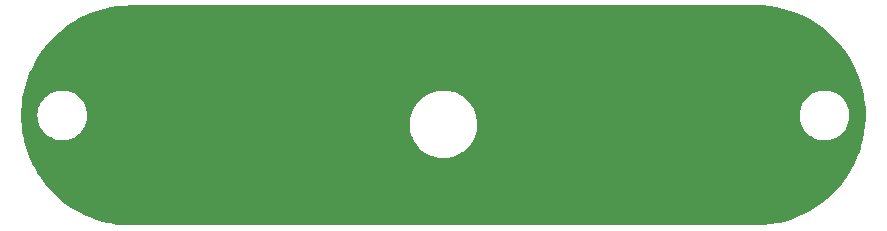
<source format=gbl>
G04 #@! TF.GenerationSoftware,KiCad,Pcbnew,6.0.11+dfsg-1*
G04 #@! TF.CreationDate,2024-05-04T00:33:58-04:00*
G04 #@! TF.ProjectId,frontpanel,66726f6e-7470-4616-9e65-6c2e6b696361,rev?*
G04 #@! TF.SameCoordinates,Original*
G04 #@! TF.FileFunction,Copper,L2,Bot*
G04 #@! TF.FilePolarity,Positive*
%FSLAX46Y46*%
G04 Gerber Fmt 4.6, Leading zero omitted, Abs format (unit mm)*
G04 Created by KiCad (PCBNEW 6.0.11+dfsg-1) date 2024-05-04 00:33:58*
%MOMM*%
%LPD*%
G01*
G04 APERTURE LIST*
G04 APERTURE END LIST*
G04 #@! TA.AperFunction,NonConductor*
G36*
X177036128Y-81098521D02*
G01*
X177044173Y-81099037D01*
X177630861Y-81155633D01*
X177638867Y-81156666D01*
X178220714Y-81250734D01*
X178228626Y-81252275D01*
X178411552Y-81294027D01*
X178803251Y-81383430D01*
X178811064Y-81385479D01*
X179376093Y-81553177D01*
X179383758Y-81555722D01*
X179936882Y-81759276D01*
X179944369Y-81762307D01*
X180483313Y-82000882D01*
X180490587Y-82004385D01*
X180538510Y-82029386D01*
X181013154Y-82277007D01*
X181020192Y-82280971D01*
X181524201Y-82586505D01*
X181530970Y-82590911D01*
X182014376Y-82928113D01*
X182020849Y-82932944D01*
X182481658Y-83300427D01*
X182487808Y-83305663D01*
X182924118Y-83701909D01*
X182929920Y-83707528D01*
X183339950Y-84130917D01*
X183345374Y-84136890D01*
X183536410Y-84361291D01*
X183727441Y-84585687D01*
X183732477Y-84592002D01*
X184085001Y-85064352D01*
X184089617Y-85070969D01*
X184144634Y-85155490D01*
X184411154Y-85564936D01*
X184415341Y-85571843D01*
X184704565Y-86085390D01*
X184708301Y-86092549D01*
X184964039Y-86623595D01*
X184967287Y-86630932D01*
X185188482Y-87177287D01*
X185191267Y-87184857D01*
X185285645Y-87469107D01*
X185376991Y-87744228D01*
X185379289Y-87751971D01*
X185385845Y-87776971D01*
X185527765Y-88318170D01*
X185528793Y-88322092D01*
X185530588Y-88329959D01*
X185605744Y-88715867D01*
X185643253Y-88908470D01*
X185644543Y-88916444D01*
X185719915Y-89501018D01*
X185720690Y-89509057D01*
X185732217Y-89688600D01*
X185748765Y-89946346D01*
X185748994Y-89951721D01*
X185758305Y-90398640D01*
X185758684Y-90416822D01*
X185758711Y-90419446D01*
X185758711Y-90694698D01*
X185758452Y-90702771D01*
X185720690Y-91290943D01*
X185719915Y-91298982D01*
X185644543Y-91883556D01*
X185643253Y-91891530D01*
X185543579Y-92403339D01*
X185530590Y-92470033D01*
X185528795Y-92477901D01*
X185527296Y-92483616D01*
X185379289Y-93048029D01*
X185376991Y-93055772D01*
X185338123Y-93172838D01*
X185229354Y-93500434D01*
X185191271Y-93615133D01*
X185188485Y-93622704D01*
X184967287Y-94169068D01*
X184964039Y-94176405D01*
X184754140Y-94612264D01*
X184708301Y-94707450D01*
X184704565Y-94714610D01*
X184415341Y-95228157D01*
X184411155Y-95235063D01*
X184128361Y-95669510D01*
X184089622Y-95729023D01*
X184085001Y-95735648D01*
X183732477Y-96207998D01*
X183727441Y-96214313D01*
X183345380Y-96663104D01*
X183339956Y-96669076D01*
X183134935Y-96880777D01*
X182929920Y-97092472D01*
X182924118Y-97098091D01*
X182487808Y-97494337D01*
X182481658Y-97499573D01*
X182020849Y-97867056D01*
X182014376Y-97871887D01*
X181530970Y-98209089D01*
X181524201Y-98213495D01*
X181020192Y-98519029D01*
X181013154Y-98522993D01*
X180490590Y-98795614D01*
X180483316Y-98799117D01*
X180295141Y-98882416D01*
X179944369Y-99037693D01*
X179936882Y-99040724D01*
X179383758Y-99244278D01*
X179376093Y-99246823D01*
X178811064Y-99414521D01*
X178803251Y-99416570D01*
X178411552Y-99505973D01*
X178228626Y-99547725D01*
X178220714Y-99549266D01*
X177638869Y-99643334D01*
X177630861Y-99644367D01*
X177044173Y-99700963D01*
X177036128Y-99701479D01*
X176479032Y-99719345D01*
X176461916Y-99717935D01*
X176455170Y-99717935D01*
X176443000Y-99715514D01*
X176419504Y-99720188D01*
X176402030Y-99722408D01*
X176013297Y-99744345D01*
X175996374Y-99745300D01*
X175989275Y-99745500D01*
X123594476Y-99745500D01*
X123569897Y-99743079D01*
X123557000Y-99740514D01*
X123544830Y-99742935D01*
X123538084Y-99742935D01*
X123520968Y-99744345D01*
X122963872Y-99726479D01*
X122955827Y-99725963D01*
X122369139Y-99669367D01*
X122361131Y-99668334D01*
X121779286Y-99574266D01*
X121771374Y-99572725D01*
X121588448Y-99530973D01*
X121196749Y-99441570D01*
X121188936Y-99439521D01*
X120623907Y-99271823D01*
X120616242Y-99269278D01*
X120063118Y-99065724D01*
X120055631Y-99062693D01*
X119516687Y-98824118D01*
X119509410Y-98820614D01*
X119465067Y-98797480D01*
X118986846Y-98547993D01*
X118979808Y-98544029D01*
X118475799Y-98238495D01*
X118469030Y-98234089D01*
X117985624Y-97896887D01*
X117979151Y-97892056D01*
X117518342Y-97524573D01*
X117512192Y-97519337D01*
X117075882Y-97123091D01*
X117070080Y-97117472D01*
X116660050Y-96694083D01*
X116654620Y-96688104D01*
X116638428Y-96669083D01*
X116272559Y-96239313D01*
X116267523Y-96232998D01*
X115914999Y-95760648D01*
X115910378Y-95754023D01*
X115898418Y-95735648D01*
X115588845Y-95260063D01*
X115584659Y-95253157D01*
X115295435Y-94739610D01*
X115291699Y-94732450D01*
X115279660Y-94707450D01*
X115035961Y-94201405D01*
X115032713Y-94194068D01*
X114811515Y-93647704D01*
X114808729Y-93640133D01*
X114802946Y-93622713D01*
X114640966Y-93134856D01*
X114623009Y-93080772D01*
X114620711Y-93073029D01*
X114497415Y-92602850D01*
X114471205Y-92502901D01*
X114469410Y-92495033D01*
X114466950Y-92482398D01*
X114371562Y-91992603D01*
X114356747Y-91916530D01*
X114355457Y-91908556D01*
X114280085Y-91323982D01*
X114279310Y-91315943D01*
X114241548Y-90727771D01*
X114241289Y-90719698D01*
X114241289Y-90402911D01*
X115625698Y-90402911D01*
X115626972Y-90425000D01*
X115642215Y-90689380D01*
X115643040Y-90693587D01*
X115643041Y-90693592D01*
X115655540Y-90757299D01*
X115697459Y-90970958D01*
X115698846Y-90975009D01*
X115768276Y-91177797D01*
X115790405Y-91242432D01*
X115818847Y-91298982D01*
X115878635Y-91417857D01*
X115919335Y-91498781D01*
X115921761Y-91502310D01*
X115921764Y-91502316D01*
X115993206Y-91606264D01*
X116081863Y-91735260D01*
X116084744Y-91738426D01*
X116270356Y-91942411D01*
X116274981Y-91947494D01*
X116278269Y-91950243D01*
X116491823Y-92128803D01*
X116491828Y-92128807D01*
X116495115Y-92131555D01*
X116551650Y-92167019D01*
X116734553Y-92281754D01*
X116734557Y-92281756D01*
X116738193Y-92284037D01*
X116742103Y-92285802D01*
X116742104Y-92285803D01*
X116995804Y-92400353D01*
X116995808Y-92400355D01*
X116999716Y-92402119D01*
X117003835Y-92403339D01*
X117270732Y-92482398D01*
X117270737Y-92482399D01*
X117274845Y-92483616D01*
X117279082Y-92484264D01*
X117279085Y-92484265D01*
X117400917Y-92502908D01*
X117558488Y-92527020D01*
X117704583Y-92529315D01*
X117841107Y-92531460D01*
X117841113Y-92531460D01*
X117845398Y-92531527D01*
X118130266Y-92497054D01*
X118407819Y-92424240D01*
X118411779Y-92422600D01*
X118411784Y-92422598D01*
X118592482Y-92347750D01*
X118672921Y-92314431D01*
X118679512Y-92310580D01*
X118916971Y-92171820D01*
X118916972Y-92171820D01*
X118920669Y-92169659D01*
X119146476Y-91992603D01*
X119195116Y-91942411D01*
X119343182Y-91789618D01*
X119346165Y-91786540D01*
X119516041Y-91555283D01*
X119592608Y-91414263D01*
X119650909Y-91306886D01*
X119650910Y-91306884D01*
X119652959Y-91303110D01*
X119735306Y-91085186D01*
X147142073Y-91085186D01*
X147142168Y-91088815D01*
X147142168Y-91088817D01*
X147144425Y-91175000D01*
X147147780Y-91303110D01*
X147150690Y-91414263D01*
X147151200Y-91417848D01*
X147151201Y-91417857D01*
X147169855Y-91548927D01*
X147197073Y-91740169D01*
X147197992Y-91743672D01*
X147197993Y-91743677D01*
X147265616Y-92001440D01*
X147280608Y-92058584D01*
X147400187Y-92365287D01*
X147401884Y-92368492D01*
X147528535Y-92607695D01*
X147554224Y-92656214D01*
X147556274Y-92659197D01*
X147556276Y-92659200D01*
X147738623Y-92924516D01*
X147738629Y-92924523D01*
X147740680Y-92927508D01*
X147743068Y-92930245D01*
X147921561Y-93134856D01*
X147957081Y-93175574D01*
X148200560Y-93397123D01*
X148467890Y-93589219D01*
X148755527Y-93749316D01*
X149059659Y-93875291D01*
X149063153Y-93876286D01*
X149063155Y-93876287D01*
X149372754Y-93964479D01*
X149372759Y-93964480D01*
X149376255Y-93965476D01*
X149600472Y-94002193D01*
X149697538Y-94018088D01*
X149697542Y-94018088D01*
X149701118Y-94018674D01*
X149704744Y-94018845D01*
X150026315Y-94034010D01*
X150026316Y-94034010D01*
X150029942Y-94034181D01*
X150039262Y-94033546D01*
X150354739Y-94012039D01*
X150354747Y-94012038D01*
X150358370Y-94011791D01*
X150361946Y-94011128D01*
X150361948Y-94011128D01*
X150678483Y-93952462D01*
X150678487Y-93952461D01*
X150682048Y-93951801D01*
X150996685Y-93855006D01*
X151298112Y-93722689D01*
X151582333Y-93556603D01*
X151791926Y-93399237D01*
X151842675Y-93361134D01*
X151842679Y-93361131D01*
X151845582Y-93358951D01*
X152084368Y-93132352D01*
X152295527Y-92879808D01*
X152325933Y-92833519D01*
X152474272Y-92607695D01*
X152474277Y-92607686D01*
X152476259Y-92604669D01*
X152577518Y-92403339D01*
X152622544Y-92313816D01*
X152622547Y-92313808D01*
X152624171Y-92310580D01*
X152633238Y-92285803D01*
X152736052Y-92004851D01*
X152736053Y-92004847D01*
X152737300Y-92001440D01*
X152738145Y-91997918D01*
X152738148Y-91997910D01*
X152813301Y-91684874D01*
X152813302Y-91684870D01*
X152814148Y-91681345D01*
X152823992Y-91600000D01*
X152853360Y-91357318D01*
X152853361Y-91357311D01*
X152853696Y-91354539D01*
X152855194Y-91306886D01*
X152859250Y-91177797D01*
X152859338Y-91175000D01*
X152854159Y-91085186D01*
X152840597Y-90849976D01*
X152840596Y-90849971D01*
X152840388Y-90846356D01*
X152839765Y-90842786D01*
X152784415Y-90525641D01*
X152784413Y-90525634D01*
X152783791Y-90522068D01*
X152756965Y-90431503D01*
X152748495Y-90402911D01*
X180155698Y-90402911D01*
X180156972Y-90425000D01*
X180172215Y-90689380D01*
X180173040Y-90693587D01*
X180173041Y-90693592D01*
X180185540Y-90757299D01*
X180227459Y-90970958D01*
X180228846Y-90975009D01*
X180298276Y-91177797D01*
X180320405Y-91242432D01*
X180348847Y-91298982D01*
X180408635Y-91417857D01*
X180449335Y-91498781D01*
X180451765Y-91502316D01*
X180483799Y-91548927D01*
X180500000Y-91582998D01*
X180500000Y-91600000D01*
X180507158Y-91606263D01*
X180507158Y-91606264D01*
X180535511Y-91631073D01*
X180556377Y-91654529D01*
X180609433Y-91731725D01*
X180609436Y-91731729D01*
X180611863Y-91735260D01*
X180614744Y-91738426D01*
X180614746Y-91738428D01*
X180800356Y-91942411D01*
X180804981Y-91947494D01*
X180808269Y-91950243D01*
X181021823Y-92128803D01*
X181021828Y-92128807D01*
X181025115Y-92131555D01*
X181089303Y-92171820D01*
X181264554Y-92281754D01*
X181268193Y-92284037D01*
X181296218Y-92296691D01*
X181300000Y-92300000D01*
X181305939Y-92301080D01*
X181316949Y-92306051D01*
X181316950Y-92306052D01*
X181525804Y-92400353D01*
X181525808Y-92400355D01*
X181529716Y-92402119D01*
X181533835Y-92403339D01*
X181800732Y-92482398D01*
X181800737Y-92482399D01*
X181804845Y-92483616D01*
X181809082Y-92484264D01*
X181809085Y-92484265D01*
X181930917Y-92502908D01*
X182088488Y-92527020D01*
X182234583Y-92529315D01*
X182371107Y-92531460D01*
X182371113Y-92531460D01*
X182375398Y-92531527D01*
X182660266Y-92497054D01*
X182937819Y-92424240D01*
X182941779Y-92422600D01*
X182941784Y-92422598D01*
X183122482Y-92347750D01*
X183202921Y-92314431D01*
X183209512Y-92310580D01*
X183446971Y-92171820D01*
X183446972Y-92171820D01*
X183450669Y-92169659D01*
X183676476Y-91992603D01*
X183725116Y-91942411D01*
X183873182Y-91789618D01*
X183876165Y-91786540D01*
X184046041Y-91555283D01*
X184122608Y-91414263D01*
X184180909Y-91306886D01*
X184180910Y-91306884D01*
X184182959Y-91303110D01*
X184284387Y-91034689D01*
X184348448Y-90754986D01*
X184369235Y-90522068D01*
X184373735Y-90471644D01*
X184373735Y-90471638D01*
X184373955Y-90469176D01*
X184374418Y-90425000D01*
X184374039Y-90419446D01*
X184355193Y-90142996D01*
X184355192Y-90142990D01*
X184354901Y-90138719D01*
X184352322Y-90126263D01*
X184297583Y-89861942D01*
X184296712Y-89857736D01*
X184290674Y-89840683D01*
X184202359Y-89591290D01*
X184200928Y-89587249D01*
X184069321Y-89332265D01*
X183904326Y-89097500D01*
X183891675Y-89083886D01*
X183711917Y-88890443D01*
X183711914Y-88890440D01*
X183708996Y-88887300D01*
X183486946Y-88705555D01*
X183242285Y-88555626D01*
X183178493Y-88527623D01*
X182983472Y-88442015D01*
X182979540Y-88440289D01*
X182949680Y-88431783D01*
X182915929Y-88422169D01*
X182703573Y-88361678D01*
X182699331Y-88361074D01*
X182699325Y-88361073D01*
X182423741Y-88321852D01*
X182419490Y-88321247D01*
X182415201Y-88321225D01*
X182415194Y-88321224D01*
X182136835Y-88319766D01*
X182136828Y-88319766D01*
X182132549Y-88319744D01*
X182128305Y-88320303D01*
X182128301Y-88320303D01*
X182003095Y-88336787D01*
X181848058Y-88357198D01*
X181843918Y-88358331D01*
X181843916Y-88358331D01*
X181811526Y-88367192D01*
X181571283Y-88432915D01*
X181567335Y-88434599D01*
X181311296Y-88543809D01*
X181311292Y-88543811D01*
X181307344Y-88545495D01*
X181287743Y-88557226D01*
X181064809Y-88690649D01*
X181064805Y-88690652D01*
X181061127Y-88692853D01*
X181057784Y-88695531D01*
X181057780Y-88695534D01*
X180948468Y-88783110D01*
X180837186Y-88872264D01*
X180834242Y-88875366D01*
X180834238Y-88875370D01*
X180668426Y-89050098D01*
X180639665Y-89080406D01*
X180472221Y-89313430D01*
X180337951Y-89567022D01*
X180239339Y-89836491D01*
X180178211Y-90116850D01*
X180155698Y-90402911D01*
X152748495Y-90402911D01*
X152745374Y-90392374D01*
X152690296Y-90206434D01*
X152677063Y-90175409D01*
X152562567Y-89906976D01*
X152562565Y-89906973D01*
X152561143Y-89903638D01*
X152398043Y-89617693D01*
X152360822Y-89567022D01*
X152205301Y-89355306D01*
X152205299Y-89355303D01*
X152203158Y-89352389D01*
X152151512Y-89296811D01*
X151981543Y-89113904D01*
X151981542Y-89113903D01*
X151979071Y-89111244D01*
X151976317Y-89108892D01*
X151976313Y-89108888D01*
X151852801Y-89003399D01*
X151728753Y-88897452D01*
X151725750Y-88895434D01*
X151725742Y-88895428D01*
X151555959Y-88781339D01*
X151455521Y-88713848D01*
X151420039Y-88695534D01*
X151166218Y-88564527D01*
X151162998Y-88562865D01*
X151159617Y-88561587D01*
X151159607Y-88561583D01*
X150940669Y-88478853D01*
X150855059Y-88446504D01*
X150851538Y-88445620D01*
X150851533Y-88445618D01*
X150698637Y-88407214D01*
X150535787Y-88366309D01*
X150496016Y-88361073D01*
X150213017Y-88323815D01*
X150213009Y-88323814D01*
X150209413Y-88323341D01*
X150072174Y-88321185D01*
X149883905Y-88318227D01*
X149883901Y-88318227D01*
X149880263Y-88318170D01*
X149876649Y-88318531D01*
X149876643Y-88318531D01*
X149646019Y-88341551D01*
X149552701Y-88350865D01*
X149481869Y-88366309D01*
X149234611Y-88420220D01*
X149234606Y-88420221D01*
X149231067Y-88420993D01*
X148919625Y-88527623D01*
X148622503Y-88669343D01*
X148343639Y-88844274D01*
X148340805Y-88846544D01*
X148340800Y-88846548D01*
X148264609Y-88907589D01*
X148086729Y-89050098D01*
X147855179Y-89284086D01*
X147652057Y-89543137D01*
X147480056Y-89823818D01*
X147478529Y-89827108D01*
X147478524Y-89827117D01*
X147420685Y-89951721D01*
X147341455Y-90122407D01*
X147238092Y-90434949D01*
X147171336Y-90757299D01*
X147142073Y-91085186D01*
X119735306Y-91085186D01*
X119754387Y-91034689D01*
X119818448Y-90754986D01*
X119839235Y-90522068D01*
X119843735Y-90471644D01*
X119843735Y-90471638D01*
X119843955Y-90469176D01*
X119844418Y-90425000D01*
X119844039Y-90419446D01*
X119825193Y-90142996D01*
X119825192Y-90142990D01*
X119824901Y-90138719D01*
X119822322Y-90126263D01*
X119767583Y-89861942D01*
X119766712Y-89857736D01*
X119760674Y-89840683D01*
X119672359Y-89591290D01*
X119670928Y-89587249D01*
X119539321Y-89332265D01*
X119374326Y-89097500D01*
X119361675Y-89083886D01*
X119181917Y-88890443D01*
X119181914Y-88890440D01*
X119178996Y-88887300D01*
X118956946Y-88705555D01*
X118712285Y-88555626D01*
X118648493Y-88527623D01*
X118453472Y-88442015D01*
X118449540Y-88440289D01*
X118419680Y-88431783D01*
X118385929Y-88422169D01*
X118173573Y-88361678D01*
X118169331Y-88361074D01*
X118169325Y-88361073D01*
X117893741Y-88321852D01*
X117889490Y-88321247D01*
X117885201Y-88321225D01*
X117885194Y-88321224D01*
X117606835Y-88319766D01*
X117606828Y-88319766D01*
X117602549Y-88319744D01*
X117598305Y-88320303D01*
X117598301Y-88320303D01*
X117473095Y-88336787D01*
X117318058Y-88357198D01*
X117313918Y-88358331D01*
X117313916Y-88358331D01*
X117281526Y-88367192D01*
X117041283Y-88432915D01*
X117037335Y-88434599D01*
X116781296Y-88543809D01*
X116781292Y-88543811D01*
X116777344Y-88545495D01*
X116757743Y-88557226D01*
X116534809Y-88690649D01*
X116534805Y-88690652D01*
X116531127Y-88692853D01*
X116527784Y-88695531D01*
X116527780Y-88695534D01*
X116418468Y-88783110D01*
X116307186Y-88872264D01*
X116304242Y-88875366D01*
X116304238Y-88875370D01*
X116138426Y-89050098D01*
X116109665Y-89080406D01*
X115942221Y-89313430D01*
X115807951Y-89567022D01*
X115709339Y-89836491D01*
X115648211Y-90116850D01*
X115625698Y-90402911D01*
X114241289Y-90402911D01*
X114241289Y-90130302D01*
X114241548Y-90122229D01*
X114279310Y-89534057D01*
X114280085Y-89526018D01*
X114355457Y-88941444D01*
X114356747Y-88933470D01*
X114408490Y-88667780D01*
X114469412Y-88354959D01*
X114471207Y-88347092D01*
X114477985Y-88321247D01*
X114620711Y-87776971D01*
X114623009Y-87769228D01*
X114808729Y-87209867D01*
X114811518Y-87202287D01*
X114820126Y-87181025D01*
X115032713Y-86655932D01*
X115035961Y-86648595D01*
X115291699Y-86117549D01*
X115295435Y-86110390D01*
X115584659Y-85596843D01*
X115588846Y-85589936D01*
X115605119Y-85564936D01*
X115910383Y-85095969D01*
X115914999Y-85089352D01*
X116267523Y-84617002D01*
X116272559Y-84610687D01*
X116654620Y-84161896D01*
X116660050Y-84155917D01*
X116684262Y-84130917D01*
X117070080Y-83732528D01*
X117075882Y-83726909D01*
X117512192Y-83330663D01*
X117518342Y-83325427D01*
X117979151Y-82957944D01*
X117985624Y-82953113D01*
X118469030Y-82615911D01*
X118475799Y-82611505D01*
X118979808Y-82305971D01*
X118986846Y-82302007D01*
X119509410Y-82029386D01*
X119516687Y-82025882D01*
X119573163Y-82000882D01*
X119704859Y-81942584D01*
X120055631Y-81787307D01*
X120063118Y-81784276D01*
X120616242Y-81580722D01*
X120623907Y-81578177D01*
X121188936Y-81410479D01*
X121196749Y-81408430D01*
X121588448Y-81319027D01*
X121771374Y-81277275D01*
X121779286Y-81275734D01*
X122361133Y-81181666D01*
X122369139Y-81180633D01*
X122955827Y-81124037D01*
X122963872Y-81123521D01*
X123520968Y-81105655D01*
X123538084Y-81107065D01*
X123544830Y-81107065D01*
X123557000Y-81109486D01*
X123569897Y-81106921D01*
X123594476Y-81104500D01*
X175977089Y-81104500D01*
X175982353Y-81104610D01*
X175983186Y-81104645D01*
X175989312Y-81105508D01*
X176003630Y-81104700D01*
X176010729Y-81104500D01*
X176025067Y-81104500D01*
X176031137Y-81103292D01*
X176031953Y-81103212D01*
X176037206Y-81102805D01*
X176409076Y-81081819D01*
X176418418Y-81082474D01*
X176418418Y-81082065D01*
X176430829Y-81082065D01*
X176443000Y-81084486D01*
X176455170Y-81082065D01*
X176461916Y-81082065D01*
X176479032Y-81080655D01*
X177036128Y-81098521D01*
G37*
G04 #@! TD.AperFunction*
M02*

</source>
